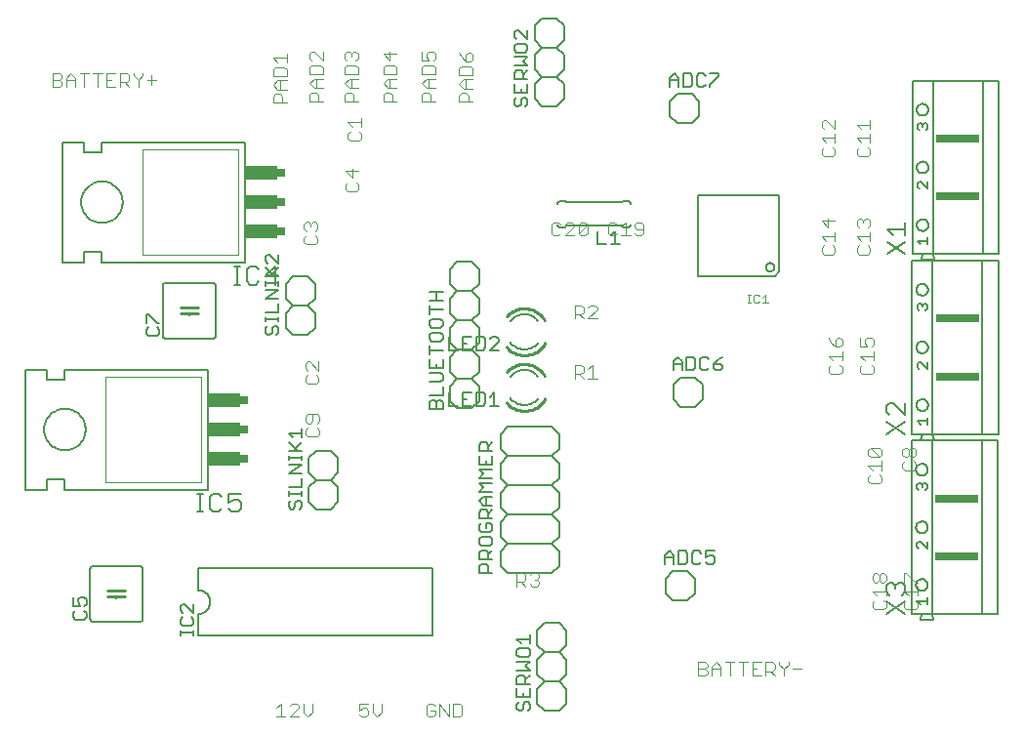
<source format=gtl>
G75*
G70*
%OFA0B0*%
%FSLAX24Y24*%
%IPPOS*%
%LPD*%
%AMOC8*
5,1,8,0,0,1.08239X$1,22.5*
%
%ADD10C,0.0050*%
%ADD11C,0.0060*%
%ADD12C,0.0070*%
%ADD13C,0.0020*%
%ADD14R,0.0250X0.0300*%
%ADD15R,0.1100X0.0500*%
%ADD16C,0.0040*%
%ADD17C,0.0100*%
%ADD18C,0.0030*%
%ADD19R,0.1500X0.0300*%
D10*
X005010Y003709D02*
X005086Y003634D01*
X005386Y003634D01*
X005461Y003709D01*
X005461Y003859D01*
X005386Y003935D01*
X005386Y004095D02*
X005461Y004170D01*
X005461Y004320D01*
X005386Y004395D01*
X005236Y004395D01*
X005161Y004320D01*
X005161Y004245D01*
X005236Y004095D01*
X005010Y004095D01*
X005010Y004395D01*
X005086Y003935D02*
X005010Y003859D01*
X005010Y003709D01*
X008660Y003633D02*
X008660Y003483D01*
X008735Y003408D01*
X009035Y003408D01*
X009110Y003483D01*
X009110Y003633D01*
X009035Y003708D01*
X009110Y003868D02*
X008810Y004168D01*
X008735Y004168D01*
X008660Y004093D01*
X008660Y003943D01*
X008735Y003868D01*
X008735Y003708D02*
X008660Y003633D01*
X008660Y003251D02*
X008660Y003101D01*
X008660Y003176D02*
X009110Y003176D01*
X009110Y003101D02*
X009110Y003251D01*
X009110Y003868D02*
X009110Y004168D01*
X012357Y007473D02*
X012432Y007398D01*
X012508Y007398D01*
X012583Y007473D01*
X012583Y007623D01*
X012658Y007698D01*
X012733Y007698D01*
X012808Y007623D01*
X012808Y007473D01*
X012733Y007398D01*
X012357Y007473D02*
X012357Y007623D01*
X012432Y007698D01*
X012357Y007858D02*
X012357Y008008D01*
X012357Y007933D02*
X012808Y007933D01*
X012808Y007858D02*
X012808Y008008D01*
X012808Y008165D02*
X012357Y008165D01*
X012808Y008165D02*
X012808Y008465D01*
X012808Y008626D02*
X012357Y008626D01*
X012808Y008926D01*
X012357Y008926D01*
X012357Y009086D02*
X012357Y009236D01*
X012357Y009161D02*
X012808Y009161D01*
X012808Y009086D02*
X012808Y009236D01*
X012808Y009393D02*
X012357Y009393D01*
X012583Y009468D02*
X012808Y009693D01*
X012808Y009853D02*
X012808Y010153D01*
X012808Y010003D02*
X012357Y010003D01*
X012508Y009853D01*
X012357Y009693D02*
X012658Y009393D01*
X017177Y010835D02*
X017177Y011060D01*
X017252Y011135D01*
X017327Y011135D01*
X017402Y011060D01*
X017402Y010835D01*
X017402Y011060D02*
X017477Y011135D01*
X017552Y011135D01*
X017627Y011060D01*
X017627Y010835D01*
X017177Y010835D01*
X017177Y011295D02*
X017627Y011295D01*
X017627Y011595D01*
X017552Y011756D02*
X017177Y011756D01*
X017177Y012056D02*
X017552Y012056D01*
X017627Y011981D01*
X017627Y011831D01*
X017552Y011756D01*
X017627Y012216D02*
X017177Y012216D01*
X017177Y012516D01*
X017177Y012676D02*
X017177Y012976D01*
X017177Y012826D02*
X017627Y012826D01*
X017844Y012830D02*
X018145Y012830D01*
X018305Y012830D02*
X018605Y012830D01*
X018765Y012830D02*
X018990Y012830D01*
X019065Y012905D01*
X019065Y013205D01*
X018990Y013280D01*
X018765Y013280D01*
X018765Y012830D01*
X018455Y013055D02*
X018305Y013055D01*
X018305Y013280D02*
X018305Y012830D01*
X017844Y012830D02*
X017844Y013280D01*
X017627Y013212D02*
X017627Y013362D01*
X017552Y013437D01*
X017252Y013437D01*
X017177Y013362D01*
X017177Y013212D01*
X017252Y013137D01*
X017552Y013137D01*
X017627Y013212D01*
X017552Y013597D02*
X017252Y013597D01*
X017177Y013672D01*
X017177Y013822D01*
X017252Y013897D01*
X017552Y013897D01*
X017627Y013822D01*
X017627Y013672D01*
X017552Y013597D01*
X017177Y014057D02*
X017177Y014358D01*
X017177Y014207D02*
X017627Y014207D01*
X017627Y014518D02*
X017177Y014518D01*
X017402Y014518D02*
X017402Y014818D01*
X017177Y014818D02*
X017627Y014818D01*
X018305Y013280D02*
X018605Y013280D01*
X019226Y013205D02*
X019301Y013280D01*
X019451Y013280D01*
X019526Y013205D01*
X019526Y013130D01*
X019226Y012830D01*
X019526Y012830D01*
X019376Y011380D02*
X019376Y010930D01*
X019226Y010930D02*
X019526Y010930D01*
X019226Y011230D02*
X019376Y011380D01*
X019065Y011305D02*
X018990Y011380D01*
X018765Y011380D01*
X018765Y010930D01*
X018990Y010930D01*
X019065Y011005D01*
X019065Y011305D01*
X018605Y011380D02*
X018305Y011380D01*
X018305Y010930D01*
X018605Y010930D01*
X018455Y011155D02*
X018305Y011155D01*
X018145Y010930D02*
X017844Y010930D01*
X017844Y011380D01*
X017627Y012216D02*
X017627Y012516D01*
X017402Y012366D02*
X017402Y012216D01*
X018946Y009679D02*
X019096Y009679D01*
X019171Y009603D01*
X019171Y009378D01*
X019321Y009378D02*
X018871Y009378D01*
X018871Y009603D01*
X018946Y009679D01*
X019171Y009528D02*
X019321Y009679D01*
X019321Y009218D02*
X019321Y008918D01*
X018871Y008918D01*
X018871Y009218D01*
X019096Y009068D02*
X019096Y008918D01*
X018871Y008758D02*
X019321Y008758D01*
X019321Y008458D02*
X018871Y008458D01*
X019021Y008608D01*
X018871Y008758D01*
X018871Y008297D02*
X019321Y008297D01*
X019321Y007997D02*
X018871Y007997D01*
X019021Y008147D01*
X018871Y008297D01*
X019021Y007837D02*
X019321Y007837D01*
X019096Y007837D02*
X019096Y007537D01*
X019021Y007537D02*
X018871Y007687D01*
X019021Y007837D01*
X019021Y007537D02*
X019321Y007537D01*
X019321Y007377D02*
X019171Y007227D01*
X019171Y007302D02*
X019171Y007076D01*
X019321Y007076D02*
X018871Y007076D01*
X018871Y007302D01*
X018946Y007377D01*
X019096Y007377D01*
X019171Y007302D01*
X019096Y006916D02*
X019096Y006766D01*
X019096Y006916D02*
X019246Y006916D01*
X019321Y006841D01*
X019321Y006691D01*
X019246Y006616D01*
X018946Y006616D01*
X018871Y006691D01*
X018871Y006841D01*
X018946Y006916D01*
X018946Y006456D02*
X018871Y006381D01*
X018871Y006231D01*
X018946Y006156D01*
X019246Y006156D01*
X019321Y006231D01*
X019321Y006381D01*
X019246Y006456D01*
X018946Y006456D01*
X018946Y005996D02*
X019096Y005996D01*
X019171Y005921D01*
X019171Y005695D01*
X019321Y005695D02*
X018871Y005695D01*
X018871Y005921D01*
X018946Y005996D01*
X019171Y005846D02*
X019321Y005996D01*
X019096Y005535D02*
X019171Y005460D01*
X019171Y005235D01*
X019321Y005235D02*
X018871Y005235D01*
X018871Y005460D01*
X018946Y005535D01*
X019096Y005535D01*
X020150Y002964D02*
X020601Y002964D01*
X020601Y002814D02*
X020601Y003114D01*
X020301Y002814D02*
X020150Y002964D01*
X020226Y002654D02*
X020150Y002579D01*
X020150Y002429D01*
X020226Y002354D01*
X020526Y002354D01*
X020601Y002429D01*
X020601Y002579D01*
X020526Y002654D01*
X020226Y002654D01*
X020150Y002194D02*
X020601Y002194D01*
X020451Y002044D01*
X020601Y001893D01*
X020150Y001893D01*
X020226Y001733D02*
X020150Y001658D01*
X020150Y001433D01*
X020601Y001433D01*
X020451Y001433D02*
X020451Y001658D01*
X020376Y001733D01*
X020226Y001733D01*
X020451Y001583D02*
X020601Y001733D01*
X020601Y001273D02*
X020601Y000973D01*
X020150Y000973D01*
X020150Y001273D01*
X020376Y001123D02*
X020376Y000973D01*
X020451Y000813D02*
X020526Y000813D01*
X020601Y000737D01*
X020601Y000587D01*
X020526Y000512D01*
X020376Y000587D02*
X020376Y000737D01*
X020451Y000813D01*
X020226Y000813D02*
X020150Y000737D01*
X020150Y000587D01*
X020226Y000512D01*
X020301Y000512D01*
X020376Y000587D01*
X025219Y005523D02*
X025219Y005823D01*
X025369Y005973D01*
X025519Y005823D01*
X025519Y005523D01*
X025679Y005523D02*
X025904Y005523D01*
X025979Y005598D01*
X025979Y005898D01*
X025904Y005973D01*
X025679Y005973D01*
X025679Y005523D01*
X025519Y005748D02*
X025219Y005748D01*
X026139Y005598D02*
X026215Y005523D01*
X026365Y005523D01*
X026440Y005598D01*
X026600Y005598D02*
X026675Y005523D01*
X026825Y005523D01*
X026900Y005598D01*
X026900Y005748D01*
X026825Y005823D01*
X026750Y005823D01*
X026600Y005748D01*
X026600Y005973D01*
X026900Y005973D01*
X026440Y005898D02*
X026365Y005973D01*
X026215Y005973D01*
X026139Y005898D01*
X026139Y005598D01*
X033820Y006111D02*
X033877Y006055D01*
X033820Y006111D02*
X033820Y006225D01*
X033877Y006281D01*
X033934Y006281D01*
X034161Y006055D01*
X034161Y006281D01*
X034104Y008055D02*
X034161Y008111D01*
X034161Y008225D01*
X034104Y008281D01*
X034047Y008281D01*
X033990Y008225D01*
X033990Y008168D01*
X033990Y008225D02*
X033934Y008281D01*
X033877Y008281D01*
X033820Y008225D01*
X033820Y008111D01*
X033877Y008055D01*
X033944Y010300D02*
X033831Y010413D01*
X034171Y010413D01*
X034171Y010300D02*
X034171Y010527D01*
X034171Y012200D02*
X033944Y012427D01*
X033888Y012427D01*
X033831Y012370D01*
X033831Y012257D01*
X033888Y012200D01*
X034171Y012200D02*
X034171Y012427D01*
X034115Y014200D02*
X034171Y014257D01*
X034171Y014370D01*
X034115Y014427D01*
X034058Y014427D01*
X034001Y014370D01*
X034001Y014313D01*
X034001Y014370D02*
X033944Y014427D01*
X033888Y014427D01*
X033831Y014370D01*
X033831Y014257D01*
X033888Y014200D01*
X033955Y016446D02*
X033842Y016559D01*
X034182Y016559D01*
X034182Y016446D02*
X034182Y016672D01*
X034182Y018346D02*
X033955Y018572D01*
X033898Y018572D01*
X033842Y018516D01*
X033842Y018402D01*
X033898Y018346D01*
X034182Y018346D02*
X034182Y018572D01*
X034125Y020346D02*
X034182Y020402D01*
X034182Y020516D01*
X034125Y020572D01*
X034069Y020572D01*
X034012Y020516D01*
X034012Y020459D01*
X034012Y020516D02*
X033955Y020572D01*
X033898Y020572D01*
X033842Y020516D01*
X033842Y020402D01*
X033898Y020346D01*
X027054Y022197D02*
X026754Y021897D01*
X026754Y021822D01*
X026593Y021897D02*
X026518Y021822D01*
X026368Y021822D01*
X026293Y021897D01*
X026293Y022197D01*
X026368Y022272D01*
X026518Y022272D01*
X026593Y022197D01*
X026754Y022272D02*
X027054Y022272D01*
X027054Y022197D01*
X026133Y022197D02*
X026133Y021897D01*
X026058Y021822D01*
X025833Y021822D01*
X025833Y022272D01*
X026058Y022272D01*
X026133Y022197D01*
X025673Y022122D02*
X025673Y021822D01*
X025673Y022047D02*
X025372Y022047D01*
X025372Y022122D02*
X025523Y022272D01*
X025673Y022122D01*
X025372Y022122D02*
X025372Y021822D01*
X020519Y021918D02*
X020519Y021618D01*
X020068Y021618D01*
X020068Y021918D01*
X020068Y022078D02*
X020068Y022303D01*
X020143Y022378D01*
X020293Y022378D01*
X020369Y022303D01*
X020369Y022078D01*
X020519Y022078D02*
X020068Y022078D01*
X020369Y022228D02*
X020519Y022378D01*
X020519Y022538D02*
X020068Y022538D01*
X020068Y022839D02*
X020519Y022839D01*
X020369Y022689D01*
X020519Y022538D01*
X020444Y022999D02*
X020143Y022999D01*
X020068Y023074D01*
X020068Y023224D01*
X020143Y023299D01*
X020444Y023299D01*
X020519Y023224D01*
X020519Y023074D01*
X020444Y022999D01*
X020519Y023459D02*
X020218Y023759D01*
X020143Y023759D01*
X020068Y023684D01*
X020068Y023534D01*
X020143Y023459D01*
X020519Y023459D02*
X020519Y023759D01*
X020293Y021768D02*
X020293Y021618D01*
X020369Y021458D02*
X020444Y021458D01*
X020519Y021383D01*
X020519Y021232D01*
X020444Y021157D01*
X020293Y021232D02*
X020293Y021383D01*
X020369Y021458D01*
X020143Y021458D02*
X020068Y021383D01*
X020068Y021232D01*
X020143Y021157D01*
X020218Y021157D01*
X020293Y021232D01*
X022896Y016901D02*
X022896Y016451D01*
X023197Y016451D01*
X023357Y016451D02*
X023657Y016451D01*
X023507Y016451D02*
X023507Y016901D01*
X023357Y016751D01*
X025643Y012595D02*
X025793Y012445D01*
X025793Y012144D01*
X025953Y012144D02*
X026178Y012144D01*
X026253Y012219D01*
X026253Y012520D01*
X026178Y012595D01*
X025953Y012595D01*
X025953Y012144D01*
X025793Y012370D02*
X025492Y012370D01*
X025492Y012445D02*
X025643Y012595D01*
X025492Y012445D02*
X025492Y012144D01*
X026413Y012219D02*
X026413Y012520D01*
X026488Y012595D01*
X026638Y012595D01*
X026713Y012520D01*
X026874Y012370D02*
X027099Y012370D01*
X027174Y012294D01*
X027174Y012219D01*
X027099Y012144D01*
X026949Y012144D01*
X026874Y012219D01*
X026874Y012370D01*
X027024Y012520D01*
X027174Y012595D01*
X026713Y012219D02*
X026638Y012144D01*
X026488Y012144D01*
X026413Y012219D01*
X033820Y004268D02*
X034161Y004268D01*
X034161Y004155D02*
X034161Y004381D01*
X033934Y004155D02*
X033820Y004268D01*
X012020Y013422D02*
X011945Y013347D01*
X012020Y013422D02*
X012020Y013572D01*
X011945Y013647D01*
X011870Y013647D01*
X011795Y013572D01*
X011795Y013422D01*
X011720Y013347D01*
X011645Y013347D01*
X011570Y013422D01*
X011570Y013572D01*
X011645Y013647D01*
X011570Y013807D02*
X011570Y013957D01*
X011570Y013882D02*
X012020Y013882D01*
X012020Y013807D02*
X012020Y013957D01*
X012020Y014114D02*
X011570Y014114D01*
X012020Y014114D02*
X012020Y014414D01*
X012020Y014574D02*
X011570Y014574D01*
X012020Y014875D01*
X011570Y014875D01*
X011570Y015035D02*
X011570Y015185D01*
X011570Y015110D02*
X012020Y015110D01*
X012020Y015035D02*
X012020Y015185D01*
X012020Y015342D02*
X011570Y015342D01*
X011795Y015417D02*
X012020Y015642D01*
X012020Y015802D02*
X011720Y016102D01*
X011645Y016102D01*
X011570Y016027D01*
X011570Y015877D01*
X011645Y015802D01*
X011570Y015642D02*
X011870Y015342D01*
X012020Y015802D02*
X012020Y016102D01*
X007941Y013764D02*
X007866Y013764D01*
X007566Y014064D01*
X007491Y014064D01*
X007491Y013764D01*
X007566Y013604D02*
X007491Y013529D01*
X007491Y013379D01*
X007566Y013304D01*
X007866Y013304D01*
X007941Y013379D01*
X007941Y013529D01*
X007866Y013604D01*
D11*
X008066Y013329D02*
X008066Y015029D01*
X008068Y015046D01*
X008072Y015063D01*
X008079Y015079D01*
X008089Y015093D01*
X008102Y015106D01*
X008116Y015116D01*
X008132Y015123D01*
X008149Y015127D01*
X008166Y015129D01*
X009766Y015129D01*
X009783Y015127D01*
X009800Y015123D01*
X009816Y015116D01*
X009830Y015106D01*
X009843Y015093D01*
X009853Y015079D01*
X009860Y015063D01*
X009864Y015046D01*
X009866Y015029D01*
X009866Y013329D01*
X009864Y013312D01*
X009860Y013295D01*
X009853Y013279D01*
X009843Y013265D01*
X009830Y013252D01*
X009816Y013242D01*
X009800Y013235D01*
X009783Y013231D01*
X009766Y013229D01*
X008166Y013229D01*
X008149Y013231D01*
X008132Y013235D01*
X008116Y013242D01*
X008102Y013252D01*
X008089Y013265D01*
X008079Y013279D01*
X008072Y013295D01*
X008068Y013312D01*
X008066Y013329D01*
X008966Y014029D02*
X008966Y014079D01*
X008966Y014279D02*
X008966Y014329D01*
X010886Y015832D02*
X005986Y015832D01*
X005986Y016182D01*
X005386Y016182D01*
X005386Y015832D01*
X004636Y015832D01*
X004636Y019932D01*
X005386Y019932D01*
X005386Y019582D01*
X005986Y019582D01*
X005986Y019932D01*
X010886Y019932D01*
X010886Y015832D01*
X012265Y015102D02*
X012515Y015352D01*
X013015Y015352D01*
X013265Y015102D01*
X013265Y014602D01*
X013015Y014352D01*
X013265Y014102D01*
X013265Y013602D01*
X013015Y013352D01*
X012515Y013352D01*
X012265Y013602D01*
X012265Y014102D01*
X012515Y014352D01*
X012265Y014602D01*
X012265Y015102D01*
X012515Y014352D02*
X013015Y014352D01*
X009619Y012169D02*
X004719Y012169D01*
X004719Y011819D01*
X004119Y011819D01*
X004119Y012169D01*
X003369Y012169D01*
X003369Y008069D01*
X004119Y008069D01*
X004119Y008419D01*
X004719Y008419D01*
X004719Y008069D01*
X009619Y008069D01*
X009619Y012169D01*
X013053Y009153D02*
X013303Y009403D01*
X013803Y009403D01*
X014053Y009153D01*
X014053Y008653D01*
X013803Y008403D01*
X014053Y008153D01*
X014053Y007653D01*
X013803Y007403D01*
X013303Y007403D01*
X013053Y007653D01*
X013053Y008153D01*
X013303Y008403D01*
X013053Y008653D01*
X013053Y009153D01*
X013303Y008403D02*
X013803Y008403D01*
X017872Y011090D02*
X018122Y010840D01*
X018622Y010840D01*
X018872Y011090D01*
X018872Y011590D01*
X018622Y011840D01*
X018872Y012090D01*
X018872Y012590D01*
X018622Y012840D01*
X018122Y012840D01*
X017872Y012590D01*
X017872Y012090D01*
X018122Y011840D01*
X018622Y011840D01*
X018122Y011840D02*
X017872Y011590D01*
X017872Y011090D01*
X019596Y009960D02*
X019846Y010210D01*
X021346Y010210D01*
X021596Y009960D01*
X021596Y009460D01*
X021346Y009210D01*
X019846Y009210D01*
X019596Y009460D01*
X019596Y009960D01*
X019846Y009210D02*
X019596Y008960D01*
X019596Y008460D01*
X019846Y008210D01*
X021346Y008210D01*
X021596Y008460D01*
X021596Y008960D01*
X021346Y009210D01*
X021346Y008210D02*
X021596Y007960D01*
X021596Y007460D01*
X021346Y007210D01*
X019846Y007210D01*
X019596Y007460D01*
X019596Y007960D01*
X019846Y008210D01*
X019846Y007210D02*
X019596Y006960D01*
X019596Y006460D01*
X019846Y006210D01*
X021346Y006210D01*
X021596Y006460D01*
X021596Y006960D01*
X021346Y007210D01*
X021346Y006210D02*
X021596Y005960D01*
X021596Y005460D01*
X021346Y005210D01*
X019846Y005210D01*
X019596Y005460D01*
X019596Y005960D01*
X019846Y006210D01*
X017285Y005376D02*
X017285Y003076D01*
X009285Y003076D01*
X009285Y003826D01*
X009324Y003828D01*
X009363Y003834D01*
X009401Y003843D01*
X009438Y003856D01*
X009474Y003873D01*
X009507Y003893D01*
X009539Y003917D01*
X009568Y003943D01*
X009594Y003972D01*
X009618Y004004D01*
X009638Y004037D01*
X009655Y004073D01*
X009668Y004110D01*
X009677Y004148D01*
X009683Y004187D01*
X009685Y004226D01*
X009683Y004265D01*
X009677Y004304D01*
X009668Y004342D01*
X009655Y004379D01*
X009638Y004415D01*
X009618Y004448D01*
X009594Y004480D01*
X009568Y004509D01*
X009539Y004535D01*
X009507Y004559D01*
X009474Y004579D01*
X009438Y004596D01*
X009401Y004609D01*
X009363Y004618D01*
X009324Y004624D01*
X009285Y004626D01*
X009285Y005376D01*
X017285Y005376D01*
X020846Y003267D02*
X021096Y003517D01*
X021596Y003517D01*
X021846Y003267D01*
X021846Y002767D01*
X021596Y002517D01*
X021846Y002267D01*
X021846Y001767D01*
X021596Y001517D01*
X021846Y001267D01*
X021846Y000767D01*
X021596Y000517D01*
X021096Y000517D01*
X020846Y000767D01*
X020846Y001267D01*
X021096Y001517D01*
X020846Y001767D01*
X020846Y002267D01*
X021096Y002517D01*
X020846Y002767D01*
X020846Y003267D01*
X021096Y002517D02*
X021596Y002517D01*
X021596Y001517D02*
X021096Y001517D01*
X025224Y004528D02*
X025474Y004278D01*
X025974Y004278D01*
X026224Y004528D01*
X026224Y005028D01*
X025974Y005278D01*
X025474Y005278D01*
X025224Y005028D01*
X025224Y004528D01*
X033636Y003820D02*
X033986Y003820D01*
X034336Y003820D01*
X036036Y003820D01*
X036036Y009740D01*
X036586Y009740D01*
X036586Y003820D01*
X036036Y003820D01*
X034386Y003620D02*
X034336Y003820D01*
X034336Y009740D01*
X036036Y009740D01*
X036046Y009965D02*
X034346Y009965D01*
X034346Y015885D01*
X036046Y015885D01*
X036596Y015885D01*
X036596Y009965D01*
X036046Y009965D01*
X036046Y015885D01*
X036057Y016111D02*
X034357Y016111D01*
X034357Y022031D01*
X036057Y022031D01*
X036607Y022031D01*
X036607Y016111D01*
X036057Y016111D01*
X036057Y022031D01*
X034357Y022031D02*
X033657Y022031D01*
X033657Y016111D01*
X034007Y016111D01*
X034357Y016111D01*
X034407Y015911D01*
X033957Y015911D01*
X034007Y016111D01*
X034346Y015885D02*
X033646Y015885D01*
X033646Y009965D01*
X033996Y009965D01*
X034346Y009965D01*
X034396Y009765D01*
X033946Y009765D01*
X033996Y009965D01*
X034336Y009740D02*
X033636Y009740D01*
X033636Y003820D01*
X033986Y003820D02*
X033936Y003620D01*
X034386Y003620D01*
X033786Y004810D02*
X033788Y004838D01*
X033794Y004865D01*
X033803Y004891D01*
X033816Y004916D01*
X033833Y004939D01*
X033852Y004959D01*
X033874Y004976D01*
X033898Y004990D01*
X033924Y005000D01*
X033951Y005007D01*
X033979Y005010D01*
X034007Y005009D01*
X034034Y005004D01*
X034061Y004995D01*
X034086Y004983D01*
X034109Y004968D01*
X034130Y004949D01*
X034148Y004928D01*
X034163Y004904D01*
X034174Y004878D01*
X034182Y004852D01*
X034186Y004824D01*
X034186Y004796D01*
X034182Y004768D01*
X034174Y004742D01*
X034163Y004716D01*
X034148Y004692D01*
X034130Y004671D01*
X034109Y004652D01*
X034086Y004637D01*
X034061Y004625D01*
X034034Y004616D01*
X034007Y004611D01*
X033979Y004610D01*
X033951Y004613D01*
X033924Y004620D01*
X033898Y004630D01*
X033874Y004644D01*
X033852Y004661D01*
X033833Y004681D01*
X033816Y004704D01*
X033803Y004729D01*
X033794Y004755D01*
X033788Y004782D01*
X033786Y004810D01*
X033786Y006780D02*
X033788Y006808D01*
X033794Y006835D01*
X033803Y006861D01*
X033816Y006886D01*
X033833Y006909D01*
X033852Y006929D01*
X033874Y006946D01*
X033898Y006960D01*
X033924Y006970D01*
X033951Y006977D01*
X033979Y006980D01*
X034007Y006979D01*
X034034Y006974D01*
X034061Y006965D01*
X034086Y006953D01*
X034109Y006938D01*
X034130Y006919D01*
X034148Y006898D01*
X034163Y006874D01*
X034174Y006848D01*
X034182Y006822D01*
X034186Y006794D01*
X034186Y006766D01*
X034182Y006738D01*
X034174Y006712D01*
X034163Y006686D01*
X034148Y006662D01*
X034130Y006641D01*
X034109Y006622D01*
X034086Y006607D01*
X034061Y006595D01*
X034034Y006586D01*
X034007Y006581D01*
X033979Y006580D01*
X033951Y006583D01*
X033924Y006590D01*
X033898Y006600D01*
X033874Y006614D01*
X033852Y006631D01*
X033833Y006651D01*
X033816Y006674D01*
X033803Y006699D01*
X033794Y006725D01*
X033788Y006752D01*
X033786Y006780D01*
X033786Y008750D02*
X033788Y008778D01*
X033794Y008805D01*
X033803Y008831D01*
X033816Y008856D01*
X033833Y008879D01*
X033852Y008899D01*
X033874Y008916D01*
X033898Y008930D01*
X033924Y008940D01*
X033951Y008947D01*
X033979Y008950D01*
X034007Y008949D01*
X034034Y008944D01*
X034061Y008935D01*
X034086Y008923D01*
X034109Y008908D01*
X034130Y008889D01*
X034148Y008868D01*
X034163Y008844D01*
X034174Y008818D01*
X034182Y008792D01*
X034186Y008764D01*
X034186Y008736D01*
X034182Y008708D01*
X034174Y008682D01*
X034163Y008656D01*
X034148Y008632D01*
X034130Y008611D01*
X034109Y008592D01*
X034086Y008577D01*
X034061Y008565D01*
X034034Y008556D01*
X034007Y008551D01*
X033979Y008550D01*
X033951Y008553D01*
X033924Y008560D01*
X033898Y008570D01*
X033874Y008584D01*
X033852Y008601D01*
X033833Y008621D01*
X033816Y008644D01*
X033803Y008669D01*
X033794Y008695D01*
X033788Y008722D01*
X033786Y008750D01*
X033796Y010955D02*
X033798Y010983D01*
X033804Y011010D01*
X033813Y011036D01*
X033826Y011061D01*
X033843Y011084D01*
X033862Y011104D01*
X033884Y011121D01*
X033908Y011135D01*
X033934Y011145D01*
X033961Y011152D01*
X033989Y011155D01*
X034017Y011154D01*
X034044Y011149D01*
X034071Y011140D01*
X034096Y011128D01*
X034119Y011113D01*
X034140Y011094D01*
X034158Y011073D01*
X034173Y011049D01*
X034184Y011023D01*
X034192Y010997D01*
X034196Y010969D01*
X034196Y010941D01*
X034192Y010913D01*
X034184Y010887D01*
X034173Y010861D01*
X034158Y010837D01*
X034140Y010816D01*
X034119Y010797D01*
X034096Y010782D01*
X034071Y010770D01*
X034044Y010761D01*
X034017Y010756D01*
X033989Y010755D01*
X033961Y010758D01*
X033934Y010765D01*
X033908Y010775D01*
X033884Y010789D01*
X033862Y010806D01*
X033843Y010826D01*
X033826Y010849D01*
X033813Y010874D01*
X033804Y010900D01*
X033798Y010927D01*
X033796Y010955D01*
X033796Y012925D02*
X033798Y012953D01*
X033804Y012980D01*
X033813Y013006D01*
X033826Y013031D01*
X033843Y013054D01*
X033862Y013074D01*
X033884Y013091D01*
X033908Y013105D01*
X033934Y013115D01*
X033961Y013122D01*
X033989Y013125D01*
X034017Y013124D01*
X034044Y013119D01*
X034071Y013110D01*
X034096Y013098D01*
X034119Y013083D01*
X034140Y013064D01*
X034158Y013043D01*
X034173Y013019D01*
X034184Y012993D01*
X034192Y012967D01*
X034196Y012939D01*
X034196Y012911D01*
X034192Y012883D01*
X034184Y012857D01*
X034173Y012831D01*
X034158Y012807D01*
X034140Y012786D01*
X034119Y012767D01*
X034096Y012752D01*
X034071Y012740D01*
X034044Y012731D01*
X034017Y012726D01*
X033989Y012725D01*
X033961Y012728D01*
X033934Y012735D01*
X033908Y012745D01*
X033884Y012759D01*
X033862Y012776D01*
X033843Y012796D01*
X033826Y012819D01*
X033813Y012844D01*
X033804Y012870D01*
X033798Y012897D01*
X033796Y012925D01*
X033796Y014895D02*
X033798Y014923D01*
X033804Y014950D01*
X033813Y014976D01*
X033826Y015001D01*
X033843Y015024D01*
X033862Y015044D01*
X033884Y015061D01*
X033908Y015075D01*
X033934Y015085D01*
X033961Y015092D01*
X033989Y015095D01*
X034017Y015094D01*
X034044Y015089D01*
X034071Y015080D01*
X034096Y015068D01*
X034119Y015053D01*
X034140Y015034D01*
X034158Y015013D01*
X034173Y014989D01*
X034184Y014963D01*
X034192Y014937D01*
X034196Y014909D01*
X034196Y014881D01*
X034192Y014853D01*
X034184Y014827D01*
X034173Y014801D01*
X034158Y014777D01*
X034140Y014756D01*
X034119Y014737D01*
X034096Y014722D01*
X034071Y014710D01*
X034044Y014701D01*
X034017Y014696D01*
X033989Y014695D01*
X033961Y014698D01*
X033934Y014705D01*
X033908Y014715D01*
X033884Y014729D01*
X033862Y014746D01*
X033843Y014766D01*
X033826Y014789D01*
X033813Y014814D01*
X033804Y014840D01*
X033798Y014867D01*
X033796Y014895D01*
X033807Y017101D02*
X033809Y017129D01*
X033815Y017156D01*
X033824Y017182D01*
X033837Y017207D01*
X033854Y017230D01*
X033873Y017250D01*
X033895Y017267D01*
X033919Y017281D01*
X033945Y017291D01*
X033972Y017298D01*
X034000Y017301D01*
X034028Y017300D01*
X034055Y017295D01*
X034082Y017286D01*
X034107Y017274D01*
X034130Y017259D01*
X034151Y017240D01*
X034169Y017219D01*
X034184Y017195D01*
X034195Y017169D01*
X034203Y017143D01*
X034207Y017115D01*
X034207Y017087D01*
X034203Y017059D01*
X034195Y017033D01*
X034184Y017007D01*
X034169Y016983D01*
X034151Y016962D01*
X034130Y016943D01*
X034107Y016928D01*
X034082Y016916D01*
X034055Y016907D01*
X034028Y016902D01*
X034000Y016901D01*
X033972Y016904D01*
X033945Y016911D01*
X033919Y016921D01*
X033895Y016935D01*
X033873Y016952D01*
X033854Y016972D01*
X033837Y016995D01*
X033824Y017020D01*
X033815Y017046D01*
X033809Y017073D01*
X033807Y017101D01*
X033807Y019071D02*
X033809Y019099D01*
X033815Y019126D01*
X033824Y019152D01*
X033837Y019177D01*
X033854Y019200D01*
X033873Y019220D01*
X033895Y019237D01*
X033919Y019251D01*
X033945Y019261D01*
X033972Y019268D01*
X034000Y019271D01*
X034028Y019270D01*
X034055Y019265D01*
X034082Y019256D01*
X034107Y019244D01*
X034130Y019229D01*
X034151Y019210D01*
X034169Y019189D01*
X034184Y019165D01*
X034195Y019139D01*
X034203Y019113D01*
X034207Y019085D01*
X034207Y019057D01*
X034203Y019029D01*
X034195Y019003D01*
X034184Y018977D01*
X034169Y018953D01*
X034151Y018932D01*
X034130Y018913D01*
X034107Y018898D01*
X034082Y018886D01*
X034055Y018877D01*
X034028Y018872D01*
X034000Y018871D01*
X033972Y018874D01*
X033945Y018881D01*
X033919Y018891D01*
X033895Y018905D01*
X033873Y018922D01*
X033854Y018942D01*
X033837Y018965D01*
X033824Y018990D01*
X033815Y019016D01*
X033809Y019043D01*
X033807Y019071D01*
X033807Y021041D02*
X033809Y021069D01*
X033815Y021096D01*
X033824Y021122D01*
X033837Y021147D01*
X033854Y021170D01*
X033873Y021190D01*
X033895Y021207D01*
X033919Y021221D01*
X033945Y021231D01*
X033972Y021238D01*
X034000Y021241D01*
X034028Y021240D01*
X034055Y021235D01*
X034082Y021226D01*
X034107Y021214D01*
X034130Y021199D01*
X034151Y021180D01*
X034169Y021159D01*
X034184Y021135D01*
X034195Y021109D01*
X034203Y021083D01*
X034207Y021055D01*
X034207Y021027D01*
X034203Y020999D01*
X034195Y020973D01*
X034184Y020947D01*
X034169Y020923D01*
X034151Y020902D01*
X034130Y020883D01*
X034107Y020868D01*
X034082Y020856D01*
X034055Y020847D01*
X034028Y020842D01*
X034000Y020841D01*
X033972Y020844D01*
X033945Y020851D01*
X033919Y020861D01*
X033895Y020875D01*
X033873Y020892D01*
X033854Y020912D01*
X033837Y020935D01*
X033824Y020960D01*
X033815Y020986D01*
X033809Y021013D01*
X033807Y021041D01*
X029099Y018125D02*
X029099Y015505D01*
X028960Y015365D01*
X026339Y015365D01*
X026339Y018125D01*
X029099Y018125D01*
X026377Y020827D02*
X026127Y020577D01*
X025627Y020577D01*
X025377Y020827D01*
X025377Y021327D01*
X025627Y021577D01*
X026127Y021577D01*
X026377Y021327D01*
X026377Y020827D01*
X023942Y017926D02*
X023792Y017926D01*
X023742Y017876D01*
X021842Y017876D01*
X021792Y017926D01*
X021642Y017926D01*
X021625Y017924D01*
X021608Y017920D01*
X021592Y017913D01*
X021578Y017903D01*
X021565Y017890D01*
X021555Y017876D01*
X021548Y017860D01*
X021544Y017843D01*
X021542Y017826D01*
X021542Y017126D02*
X021544Y017109D01*
X021548Y017092D01*
X021555Y017076D01*
X021565Y017062D01*
X021578Y017049D01*
X021592Y017039D01*
X021608Y017032D01*
X021625Y017028D01*
X021642Y017026D01*
X021792Y017026D01*
X021842Y017076D01*
X023742Y017076D01*
X023792Y017026D01*
X023942Y017026D01*
X023959Y017028D01*
X023976Y017032D01*
X023992Y017039D01*
X024006Y017049D01*
X024019Y017062D01*
X024029Y017076D01*
X024036Y017092D01*
X024040Y017109D01*
X024042Y017126D01*
X024042Y017826D02*
X024040Y017843D01*
X024036Y017860D01*
X024029Y017876D01*
X024019Y017890D01*
X024006Y017903D01*
X023992Y017913D01*
X023976Y017920D01*
X023959Y017924D01*
X023942Y017926D01*
X021514Y021162D02*
X021014Y021162D01*
X020764Y021412D01*
X020764Y021912D01*
X021014Y022162D01*
X020764Y022412D01*
X020764Y022912D01*
X021014Y023162D01*
X020764Y023412D01*
X020764Y023912D01*
X021014Y024162D01*
X021514Y024162D01*
X021764Y023912D01*
X021764Y023412D01*
X021514Y023162D01*
X021764Y022912D01*
X021764Y022412D01*
X021514Y022162D01*
X021764Y021912D01*
X021764Y021412D01*
X021514Y021162D01*
X021514Y022162D02*
X021014Y022162D01*
X021014Y023162D02*
X021514Y023162D01*
X018622Y015840D02*
X018122Y015840D01*
X017872Y015590D01*
X017872Y015090D01*
X018122Y014840D01*
X018622Y014840D01*
X018872Y015090D01*
X018872Y015590D01*
X018622Y015840D01*
X018622Y014840D02*
X018872Y014590D01*
X018872Y014090D01*
X018622Y013840D01*
X018872Y013590D01*
X018872Y013090D01*
X018622Y012840D01*
X018122Y012840D02*
X017872Y013090D01*
X017872Y013590D01*
X018122Y013840D01*
X017872Y014090D01*
X017872Y014590D01*
X018122Y014840D01*
X018122Y013840D02*
X018622Y013840D01*
X020411Y014055D02*
X020456Y014053D01*
X020502Y014048D01*
X020546Y014040D01*
X020590Y014028D01*
X020633Y014012D01*
X020675Y013994D01*
X020715Y013972D01*
X020753Y013948D01*
X020789Y013921D01*
X020824Y013891D01*
X020855Y013858D01*
X020885Y013823D01*
X020411Y014055D02*
X020366Y014053D01*
X020320Y014048D01*
X020276Y014040D01*
X020232Y014028D01*
X020189Y014012D01*
X020147Y013994D01*
X020107Y013972D01*
X020069Y013948D01*
X020033Y013921D01*
X019998Y013891D01*
X019967Y013858D01*
X019937Y013823D01*
X020411Y012855D02*
X020457Y012857D01*
X020503Y012862D01*
X020549Y012871D01*
X020594Y012883D01*
X020637Y012899D01*
X020679Y012918D01*
X020720Y012941D01*
X020759Y012966D01*
X020795Y012994D01*
X020830Y013025D01*
X020862Y013059D01*
X020891Y013095D01*
X020411Y012855D02*
X020364Y012857D01*
X020316Y012863D01*
X020270Y012872D01*
X020224Y012885D01*
X020180Y012901D01*
X020136Y012921D01*
X020095Y012945D01*
X020056Y012971D01*
X020019Y013001D01*
X019984Y013034D01*
X019952Y013069D01*
X019923Y013106D01*
X020411Y012155D02*
X020456Y012153D01*
X020502Y012148D01*
X020546Y012140D01*
X020590Y012128D01*
X020633Y012112D01*
X020675Y012094D01*
X020715Y012072D01*
X020753Y012048D01*
X020789Y012021D01*
X020824Y011991D01*
X020855Y011958D01*
X020885Y011923D01*
X020411Y012155D02*
X020366Y012153D01*
X020320Y012148D01*
X020276Y012140D01*
X020232Y012128D01*
X020189Y012112D01*
X020147Y012094D01*
X020107Y012072D01*
X020069Y012048D01*
X020033Y012021D01*
X019998Y011991D01*
X019967Y011958D01*
X019937Y011923D01*
X020411Y010955D02*
X020457Y010957D01*
X020503Y010962D01*
X020549Y010971D01*
X020594Y010983D01*
X020637Y010999D01*
X020679Y011018D01*
X020720Y011041D01*
X020759Y011066D01*
X020795Y011094D01*
X020830Y011125D01*
X020862Y011159D01*
X020891Y011195D01*
X020411Y010955D02*
X020364Y010957D01*
X020316Y010963D01*
X020270Y010972D01*
X020224Y010985D01*
X020180Y011001D01*
X020136Y011021D01*
X020095Y011045D01*
X020056Y011071D01*
X020019Y011101D01*
X019984Y011134D01*
X019952Y011169D01*
X019923Y011206D01*
X025497Y011149D02*
X025747Y010899D01*
X026247Y010899D01*
X026497Y011149D01*
X026497Y011649D01*
X026247Y011899D01*
X025747Y011899D01*
X025497Y011649D01*
X025497Y011149D01*
X028658Y015665D02*
X028660Y015688D01*
X028666Y015711D01*
X028675Y015732D01*
X028688Y015752D01*
X028704Y015769D01*
X028722Y015783D01*
X028742Y015794D01*
X028764Y015802D01*
X028787Y015806D01*
X028811Y015806D01*
X028834Y015802D01*
X028856Y015794D01*
X028876Y015783D01*
X028894Y015769D01*
X028910Y015752D01*
X028923Y015732D01*
X028932Y015711D01*
X028938Y015688D01*
X028940Y015665D01*
X028938Y015642D01*
X028932Y015619D01*
X028923Y015598D01*
X028910Y015578D01*
X028894Y015561D01*
X028876Y015547D01*
X028856Y015536D01*
X028834Y015528D01*
X028811Y015524D01*
X028787Y015524D01*
X028764Y015528D01*
X028742Y015536D01*
X028722Y015547D01*
X028704Y015561D01*
X028688Y015578D01*
X028675Y015598D01*
X028666Y015619D01*
X028660Y015642D01*
X028658Y015665D01*
X007386Y005359D02*
X007386Y003659D01*
X007384Y003642D01*
X007380Y003625D01*
X007373Y003609D01*
X007363Y003595D01*
X007350Y003582D01*
X007336Y003572D01*
X007320Y003565D01*
X007303Y003561D01*
X007286Y003559D01*
X005686Y003559D01*
X005669Y003561D01*
X005652Y003565D01*
X005636Y003572D01*
X005622Y003582D01*
X005609Y003595D01*
X005599Y003609D01*
X005592Y003625D01*
X005588Y003642D01*
X005586Y003659D01*
X005586Y005359D01*
X005588Y005376D01*
X005592Y005393D01*
X005599Y005409D01*
X005609Y005423D01*
X005622Y005436D01*
X005636Y005446D01*
X005652Y005453D01*
X005669Y005457D01*
X005686Y005459D01*
X007286Y005459D01*
X007303Y005457D01*
X007320Y005453D01*
X007336Y005446D01*
X007350Y005436D01*
X007363Y005423D01*
X007373Y005409D01*
X007380Y005393D01*
X007384Y005376D01*
X007386Y005359D01*
X006486Y004659D02*
X006486Y004609D01*
X006486Y004409D02*
X006486Y004359D01*
X004009Y010119D02*
X004011Y010172D01*
X004017Y010225D01*
X004027Y010277D01*
X004041Y010328D01*
X004058Y010378D01*
X004079Y010427D01*
X004104Y010474D01*
X004132Y010519D01*
X004164Y010562D01*
X004199Y010602D01*
X004236Y010639D01*
X004276Y010674D01*
X004319Y010706D01*
X004364Y010734D01*
X004411Y010759D01*
X004460Y010780D01*
X004510Y010797D01*
X004561Y010811D01*
X004613Y010821D01*
X004666Y010827D01*
X004719Y010829D01*
X004772Y010827D01*
X004825Y010821D01*
X004877Y010811D01*
X004928Y010797D01*
X004978Y010780D01*
X005027Y010759D01*
X005074Y010734D01*
X005119Y010706D01*
X005162Y010674D01*
X005202Y010639D01*
X005239Y010602D01*
X005274Y010562D01*
X005306Y010519D01*
X005334Y010474D01*
X005359Y010427D01*
X005380Y010378D01*
X005397Y010328D01*
X005411Y010277D01*
X005421Y010225D01*
X005427Y010172D01*
X005429Y010119D01*
X005427Y010066D01*
X005421Y010013D01*
X005411Y009961D01*
X005397Y009910D01*
X005380Y009860D01*
X005359Y009811D01*
X005334Y009764D01*
X005306Y009719D01*
X005274Y009676D01*
X005239Y009636D01*
X005202Y009599D01*
X005162Y009564D01*
X005119Y009532D01*
X005074Y009504D01*
X005027Y009479D01*
X004978Y009458D01*
X004928Y009441D01*
X004877Y009427D01*
X004825Y009417D01*
X004772Y009411D01*
X004719Y009409D01*
X004666Y009411D01*
X004613Y009417D01*
X004561Y009427D01*
X004510Y009441D01*
X004460Y009458D01*
X004411Y009479D01*
X004364Y009504D01*
X004319Y009532D01*
X004276Y009564D01*
X004236Y009599D01*
X004199Y009636D01*
X004164Y009676D01*
X004132Y009719D01*
X004104Y009764D01*
X004079Y009811D01*
X004058Y009860D01*
X004041Y009910D01*
X004027Y009961D01*
X004017Y010013D01*
X004011Y010066D01*
X004009Y010119D01*
X005276Y017882D02*
X005278Y017935D01*
X005284Y017988D01*
X005294Y018040D01*
X005308Y018091D01*
X005325Y018141D01*
X005346Y018190D01*
X005371Y018237D01*
X005399Y018282D01*
X005431Y018325D01*
X005466Y018365D01*
X005503Y018402D01*
X005543Y018437D01*
X005586Y018469D01*
X005631Y018497D01*
X005678Y018522D01*
X005727Y018543D01*
X005777Y018560D01*
X005828Y018574D01*
X005880Y018584D01*
X005933Y018590D01*
X005986Y018592D01*
X006039Y018590D01*
X006092Y018584D01*
X006144Y018574D01*
X006195Y018560D01*
X006245Y018543D01*
X006294Y018522D01*
X006341Y018497D01*
X006386Y018469D01*
X006429Y018437D01*
X006469Y018402D01*
X006506Y018365D01*
X006541Y018325D01*
X006573Y018282D01*
X006601Y018237D01*
X006626Y018190D01*
X006647Y018141D01*
X006664Y018091D01*
X006678Y018040D01*
X006688Y017988D01*
X006694Y017935D01*
X006696Y017882D01*
X006694Y017829D01*
X006688Y017776D01*
X006678Y017724D01*
X006664Y017673D01*
X006647Y017623D01*
X006626Y017574D01*
X006601Y017527D01*
X006573Y017482D01*
X006541Y017439D01*
X006506Y017399D01*
X006469Y017362D01*
X006429Y017327D01*
X006386Y017295D01*
X006341Y017267D01*
X006294Y017242D01*
X006245Y017221D01*
X006195Y017204D01*
X006144Y017190D01*
X006092Y017180D01*
X006039Y017174D01*
X005986Y017172D01*
X005933Y017174D01*
X005880Y017180D01*
X005828Y017190D01*
X005777Y017204D01*
X005727Y017221D01*
X005678Y017242D01*
X005631Y017267D01*
X005586Y017295D01*
X005543Y017327D01*
X005503Y017362D01*
X005466Y017399D01*
X005431Y017439D01*
X005399Y017482D01*
X005371Y017527D01*
X005346Y017574D01*
X005325Y017623D01*
X005308Y017673D01*
X005294Y017724D01*
X005284Y017776D01*
X005278Y017829D01*
X005276Y017882D01*
D12*
X010502Y015698D02*
X010712Y015698D01*
X010607Y015698D02*
X010607Y015067D01*
X010502Y015067D02*
X010712Y015067D01*
X010932Y015172D02*
X011037Y015067D01*
X011247Y015067D01*
X011352Y015172D01*
X011576Y015382D02*
X011997Y015382D01*
X011892Y015067D02*
X011892Y015698D01*
X011576Y015382D01*
X011352Y015592D02*
X011247Y015698D01*
X011037Y015698D01*
X010932Y015592D01*
X010932Y015172D01*
X010729Y007934D02*
X010309Y007934D01*
X010309Y007619D01*
X010519Y007724D01*
X010624Y007724D01*
X010729Y007619D01*
X010729Y007409D01*
X010624Y007304D01*
X010414Y007304D01*
X010309Y007409D01*
X010085Y007409D02*
X009980Y007304D01*
X009770Y007304D01*
X009664Y007409D01*
X009664Y007829D01*
X009770Y007934D01*
X009980Y007934D01*
X010085Y007829D01*
X009445Y007934D02*
X009235Y007934D01*
X009340Y007934D02*
X009340Y007304D01*
X009235Y007304D02*
X009445Y007304D01*
X032770Y004784D02*
X032770Y004574D01*
X032875Y004469D01*
X032770Y004245D02*
X033401Y003825D01*
X033401Y004245D02*
X032770Y003825D01*
X033295Y004469D02*
X033401Y004574D01*
X033401Y004784D01*
X033295Y004889D01*
X033190Y004889D01*
X033085Y004784D01*
X033085Y004679D01*
X033085Y004784D02*
X032980Y004889D01*
X032875Y004889D01*
X032770Y004784D01*
X032781Y009970D02*
X033411Y010390D01*
X033411Y010615D02*
X032991Y011035D01*
X032886Y011035D01*
X032781Y010930D01*
X032781Y010720D01*
X032886Y010615D01*
X032781Y010390D02*
X033411Y009970D01*
X033411Y010615D02*
X033411Y011035D01*
X033422Y016116D02*
X032791Y016536D01*
X033002Y016760D02*
X032791Y016970D01*
X033422Y016970D01*
X033422Y016760D02*
X033422Y017180D01*
X033422Y016536D02*
X032791Y016116D01*
D13*
X010636Y016082D02*
X007386Y016082D01*
X007386Y019682D01*
X010636Y019682D01*
X010636Y016082D01*
X009369Y011919D02*
X006119Y011919D01*
X006119Y008319D01*
X009369Y008319D01*
X009369Y011919D01*
D14*
X010844Y011119D03*
X010844Y010119D03*
X010844Y009119D03*
X012111Y016882D03*
X012111Y017882D03*
X012111Y018882D03*
D15*
X011436Y018882D03*
X011436Y017882D03*
X011436Y016882D03*
X010169Y011119D03*
X010169Y010119D03*
X010169Y009119D03*
D16*
X012946Y009949D02*
X013022Y009873D01*
X013329Y009873D01*
X013406Y009949D01*
X013406Y010103D01*
X013329Y010180D01*
X013329Y010333D02*
X013406Y010410D01*
X013406Y010563D01*
X013329Y010640D01*
X013022Y010640D01*
X012946Y010563D01*
X012946Y010410D01*
X013022Y010333D01*
X013099Y010333D01*
X013176Y010410D01*
X013176Y010640D01*
X013022Y010180D02*
X012946Y010103D01*
X012946Y009949D01*
X013002Y011673D02*
X013309Y011673D01*
X013386Y011749D01*
X013386Y011903D01*
X013309Y011980D01*
X013386Y012133D02*
X013079Y012440D01*
X013002Y012440D01*
X012926Y012363D01*
X012926Y012210D01*
X013002Y012133D01*
X013002Y011980D02*
X012926Y011903D01*
X012926Y011749D01*
X013002Y011673D01*
X013386Y012133D02*
X013386Y012440D01*
X013272Y016440D02*
X012965Y016440D01*
X012888Y016517D01*
X012888Y016670D01*
X012965Y016747D01*
X012965Y016901D02*
X012888Y016977D01*
X012888Y017131D01*
X012965Y017208D01*
X013041Y017208D01*
X013118Y017131D01*
X013195Y017208D01*
X013272Y017208D01*
X013348Y017131D01*
X013348Y016977D01*
X013272Y016901D01*
X013272Y016747D02*
X013348Y016670D01*
X013348Y016517D01*
X013272Y016440D01*
X013118Y017054D02*
X013118Y017131D01*
X014296Y018337D02*
X014372Y018260D01*
X014679Y018260D01*
X014756Y018337D01*
X014756Y018490D01*
X014679Y018567D01*
X014526Y018720D02*
X014526Y019027D01*
X014756Y018950D02*
X014296Y018950D01*
X014526Y018720D01*
X014372Y018567D02*
X014296Y018490D01*
X014296Y018337D01*
X014457Y019992D02*
X014764Y019992D01*
X014841Y020068D01*
X014841Y020222D01*
X014764Y020299D01*
X014841Y020452D02*
X014841Y020759D01*
X014841Y020605D02*
X014380Y020605D01*
X014534Y020452D01*
X014457Y020299D02*
X014380Y020222D01*
X014380Y020068D01*
X014457Y019992D01*
X014576Y021329D02*
X014576Y021559D01*
X014500Y021636D01*
X014346Y021636D01*
X014270Y021559D01*
X014270Y021329D01*
X014730Y021329D01*
X014730Y021789D02*
X014423Y021789D01*
X014270Y021942D01*
X014423Y022096D01*
X014730Y022096D01*
X014730Y022249D02*
X014730Y022480D01*
X014653Y022556D01*
X014346Y022556D01*
X014270Y022480D01*
X014270Y022249D01*
X014730Y022249D01*
X014500Y022096D02*
X014500Y021789D01*
X013530Y021789D02*
X013223Y021789D01*
X013070Y021942D01*
X013223Y022096D01*
X013530Y022096D01*
X013530Y022249D02*
X013530Y022480D01*
X013453Y022556D01*
X013146Y022556D01*
X013070Y022480D01*
X013070Y022249D01*
X013530Y022249D01*
X013300Y022096D02*
X013300Y021789D01*
X013300Y021636D02*
X013376Y021559D01*
X013376Y021329D01*
X013530Y021329D02*
X013070Y021329D01*
X013070Y021559D01*
X013146Y021636D01*
X013300Y021636D01*
X012296Y021733D02*
X011989Y021733D01*
X011835Y021887D01*
X011989Y022040D01*
X012296Y022040D01*
X012296Y022194D02*
X012296Y022424D01*
X012219Y022501D01*
X011912Y022501D01*
X011835Y022424D01*
X011835Y022194D01*
X012296Y022194D01*
X012065Y022040D02*
X012065Y021733D01*
X012065Y021580D02*
X012142Y021503D01*
X012142Y021273D01*
X012296Y021273D02*
X011835Y021273D01*
X011835Y021503D01*
X011912Y021580D01*
X012065Y021580D01*
X011989Y022654D02*
X011835Y022807D01*
X012296Y022807D01*
X012296Y022654D02*
X012296Y022961D01*
X013070Y022940D02*
X013070Y022786D01*
X013146Y022710D01*
X013070Y022940D02*
X013146Y023017D01*
X013223Y023017D01*
X013530Y022710D01*
X013530Y023017D01*
X014270Y022940D02*
X014346Y023017D01*
X014423Y023017D01*
X014500Y022940D01*
X014576Y023017D01*
X014653Y023017D01*
X014730Y022940D01*
X014730Y022786D01*
X014653Y022710D01*
X014500Y022863D02*
X014500Y022940D01*
X014270Y022940D02*
X014270Y022786D01*
X014346Y022710D01*
X015590Y022940D02*
X015820Y022710D01*
X015820Y023017D01*
X016050Y022940D02*
X015590Y022940D01*
X015666Y022556D02*
X015590Y022480D01*
X015590Y022249D01*
X016050Y022249D01*
X016050Y022480D01*
X015973Y022556D01*
X015666Y022556D01*
X015743Y022096D02*
X016050Y022096D01*
X015820Y022096D02*
X015820Y021789D01*
X015743Y021789D02*
X016050Y021789D01*
X015896Y021559D02*
X015896Y021329D01*
X016050Y021329D02*
X015590Y021329D01*
X015590Y021559D01*
X015666Y021636D01*
X015820Y021636D01*
X015896Y021559D01*
X015743Y021789D02*
X015590Y021942D01*
X015743Y022096D01*
X016910Y021942D02*
X017063Y021789D01*
X017370Y021789D01*
X017140Y021789D02*
X017140Y022096D01*
X017063Y022096D02*
X017370Y022096D01*
X017370Y022249D02*
X017370Y022480D01*
X017293Y022556D01*
X016986Y022556D01*
X016910Y022480D01*
X016910Y022249D01*
X017370Y022249D01*
X017063Y022096D02*
X016910Y021942D01*
X016986Y021636D02*
X017140Y021636D01*
X017216Y021559D01*
X017216Y021329D01*
X017370Y021329D02*
X016910Y021329D01*
X016910Y021559D01*
X016986Y021636D01*
X018185Y021537D02*
X018262Y021614D01*
X018416Y021614D01*
X018492Y021537D01*
X018492Y021307D01*
X018646Y021307D02*
X018185Y021307D01*
X018185Y021537D01*
X018339Y021767D02*
X018185Y021920D01*
X018339Y022074D01*
X018646Y022074D01*
X018646Y022227D02*
X018646Y022457D01*
X018569Y022534D01*
X018262Y022534D01*
X018185Y022457D01*
X018185Y022227D01*
X018646Y022227D01*
X018416Y022074D02*
X018416Y021767D01*
X018339Y021767D02*
X018646Y021767D01*
X018569Y022688D02*
X018646Y022764D01*
X018646Y022918D01*
X018569Y022995D01*
X018492Y022995D01*
X018416Y022918D01*
X018416Y022688D01*
X018569Y022688D01*
X018416Y022688D02*
X018262Y022841D01*
X018185Y022995D01*
X017370Y022940D02*
X017370Y022786D01*
X017293Y022710D01*
X017140Y022710D02*
X017063Y022863D01*
X017063Y022940D01*
X017140Y023017D01*
X017293Y023017D01*
X017370Y022940D01*
X017140Y022710D02*
X016910Y022710D01*
X016910Y023017D01*
X021415Y017200D02*
X021339Y017123D01*
X021339Y016817D01*
X021415Y016740D01*
X021569Y016740D01*
X021645Y016817D01*
X021799Y016740D02*
X022106Y017047D01*
X022106Y017123D01*
X022029Y017200D01*
X021876Y017200D01*
X021799Y017123D01*
X021645Y017123D02*
X021569Y017200D01*
X021415Y017200D01*
X021799Y016740D02*
X022106Y016740D01*
X022259Y016817D02*
X022566Y017123D01*
X022566Y016817D01*
X022489Y016740D01*
X022336Y016740D01*
X022259Y016817D01*
X022259Y017123D01*
X022336Y017200D01*
X022489Y017200D01*
X022566Y017123D01*
X023259Y017123D02*
X023259Y016817D01*
X023335Y016740D01*
X023489Y016740D01*
X023565Y016817D01*
X023719Y016740D02*
X024026Y016740D01*
X023872Y016740D02*
X023872Y017200D01*
X023719Y017047D01*
X023565Y017123D02*
X023489Y017200D01*
X023335Y017200D01*
X023259Y017123D01*
X024179Y017123D02*
X024179Y017047D01*
X024256Y016970D01*
X024486Y016970D01*
X024486Y017123D02*
X024409Y017200D01*
X024256Y017200D01*
X024179Y017123D01*
X024179Y016817D02*
X024256Y016740D01*
X024409Y016740D01*
X024486Y016817D01*
X024486Y017123D01*
X022815Y014365D02*
X022662Y014365D01*
X022585Y014289D01*
X022432Y014289D02*
X022432Y014135D01*
X022355Y014058D01*
X022125Y014058D01*
X022125Y013905D02*
X022125Y014365D01*
X022355Y014365D01*
X022432Y014289D01*
X022278Y014058D02*
X022432Y013905D01*
X022585Y013905D02*
X022892Y014212D01*
X022892Y014289D01*
X022815Y014365D01*
X022892Y013905D02*
X022585Y013905D01*
X022739Y012328D02*
X022739Y011868D01*
X022892Y011868D02*
X022585Y011868D01*
X022432Y011868D02*
X022278Y012021D01*
X022355Y012021D02*
X022125Y012021D01*
X022125Y011868D02*
X022125Y012328D01*
X022355Y012328D01*
X022432Y012251D01*
X022432Y012098D01*
X022355Y012021D01*
X022585Y012175D02*
X022739Y012328D01*
X030798Y012250D02*
X030798Y012097D01*
X030875Y012020D01*
X031182Y012020D01*
X031259Y012097D01*
X031259Y012250D01*
X031182Y012327D01*
X031259Y012480D02*
X031259Y012787D01*
X031259Y012634D02*
X030798Y012634D01*
X030952Y012480D01*
X030875Y012327D02*
X030798Y012250D01*
X031028Y012941D02*
X031028Y013171D01*
X031105Y013247D01*
X031182Y013247D01*
X031259Y013171D01*
X031259Y013017D01*
X031182Y012941D01*
X031028Y012941D01*
X030875Y013094D01*
X030798Y013247D01*
X031878Y013247D02*
X031878Y012941D01*
X032108Y012941D01*
X032032Y013094D01*
X032032Y013171D01*
X032108Y013247D01*
X032262Y013247D01*
X032339Y013171D01*
X032339Y013017D01*
X032262Y012941D01*
X032339Y012787D02*
X032339Y012480D01*
X032339Y012634D02*
X031878Y012634D01*
X032032Y012480D01*
X031955Y012327D02*
X031878Y012250D01*
X031878Y012097D01*
X031955Y012020D01*
X032262Y012020D01*
X032339Y012097D01*
X032339Y012250D01*
X032262Y012327D01*
X032232Y009501D02*
X032539Y009194D01*
X032616Y009270D01*
X032616Y009424D01*
X032539Y009501D01*
X032232Y009501D01*
X032156Y009424D01*
X032156Y009270D01*
X032232Y009194D01*
X032539Y009194D01*
X032616Y009040D02*
X032616Y008733D01*
X032616Y008887D02*
X032156Y008887D01*
X032309Y008733D01*
X032232Y008580D02*
X032156Y008503D01*
X032156Y008350D01*
X032232Y008273D01*
X032539Y008273D01*
X032616Y008350D01*
X032616Y008503D01*
X032539Y008580D01*
X033318Y008810D02*
X033394Y008733D01*
X033701Y008733D01*
X033778Y008810D01*
X033778Y008964D01*
X033701Y009040D01*
X033701Y009194D02*
X033625Y009194D01*
X033548Y009270D01*
X033548Y009424D01*
X033625Y009501D01*
X033701Y009501D01*
X033778Y009424D01*
X033778Y009270D01*
X033701Y009194D01*
X033548Y009270D02*
X033471Y009194D01*
X033394Y009194D01*
X033318Y009270D01*
X033318Y009424D01*
X033394Y009501D01*
X033471Y009501D01*
X033548Y009424D01*
X033394Y009040D02*
X033318Y008964D01*
X033318Y008810D01*
X033378Y005205D02*
X033455Y005205D01*
X033762Y004898D01*
X033839Y004898D01*
X033839Y004745D02*
X033839Y004438D01*
X033839Y004591D02*
X033378Y004591D01*
X033532Y004438D01*
X033455Y004284D02*
X033378Y004208D01*
X033378Y004054D01*
X033455Y003978D01*
X033762Y003978D01*
X033839Y004054D01*
X033839Y004208D01*
X033762Y004284D01*
X032759Y004208D02*
X032759Y004054D01*
X032682Y003978D01*
X032375Y003978D01*
X032298Y004054D01*
X032298Y004208D01*
X032375Y004284D01*
X032452Y004438D02*
X032298Y004591D01*
X032759Y004591D01*
X032759Y004438D02*
X032759Y004745D01*
X032682Y004898D02*
X032605Y004898D01*
X032528Y004975D01*
X032528Y005128D01*
X032605Y005205D01*
X032682Y005205D01*
X032759Y005128D01*
X032759Y004975D01*
X032682Y004898D01*
X032528Y004975D02*
X032452Y004898D01*
X032375Y004898D01*
X032298Y004975D01*
X032298Y005128D01*
X032375Y005205D01*
X032452Y005205D01*
X032528Y005128D01*
X033378Y005205D02*
X033378Y004898D01*
X032759Y004208D02*
X032682Y004284D01*
X029423Y002175D02*
X029423Y002098D01*
X029270Y001944D01*
X029270Y001714D01*
X029270Y001944D02*
X029116Y002098D01*
X029116Y002175D01*
X028963Y002098D02*
X028963Y001944D01*
X028886Y001868D01*
X028656Y001868D01*
X028809Y001868D02*
X028963Y001714D01*
X028656Y001714D02*
X028656Y002175D01*
X028886Y002175D01*
X028963Y002098D01*
X028503Y002175D02*
X028196Y002175D01*
X028196Y001714D01*
X028503Y001714D01*
X028349Y001944D02*
X028196Y001944D01*
X028042Y002175D02*
X027735Y002175D01*
X027582Y002175D02*
X027275Y002175D01*
X027428Y002175D02*
X027428Y001714D01*
X027121Y001714D02*
X027121Y002021D01*
X026968Y002175D01*
X026815Y002021D01*
X026815Y001714D01*
X026661Y001791D02*
X026584Y001714D01*
X026354Y001714D01*
X026354Y002175D01*
X026584Y002175D01*
X026661Y002098D01*
X026661Y002021D01*
X026584Y001944D01*
X026354Y001944D01*
X026584Y001944D02*
X026661Y001868D01*
X026661Y001791D01*
X026815Y001944D02*
X027121Y001944D01*
X027889Y001714D02*
X027889Y002175D01*
X029577Y001944D02*
X029884Y001944D01*
X020911Y004846D02*
X020834Y004769D01*
X020681Y004769D01*
X020604Y004846D01*
X020451Y004769D02*
X020297Y004923D01*
X020374Y004923D02*
X020144Y004923D01*
X020144Y004769D02*
X020144Y005230D01*
X020374Y005230D01*
X020451Y005153D01*
X020451Y005000D01*
X020374Y004923D01*
X020604Y005153D02*
X020681Y005230D01*
X020834Y005230D01*
X020911Y005153D01*
X020911Y005076D01*
X020834Y005000D01*
X020911Y004923D01*
X020911Y004846D01*
X020834Y005000D02*
X020757Y005000D01*
X018209Y000765D02*
X017978Y000765D01*
X017978Y000305D01*
X018209Y000305D01*
X018285Y000382D01*
X018285Y000689D01*
X018209Y000765D01*
X017825Y000765D02*
X017825Y000305D01*
X017518Y000765D01*
X017518Y000305D01*
X017365Y000382D02*
X017365Y000535D01*
X017211Y000535D01*
X017058Y000382D02*
X017058Y000689D01*
X017134Y000765D01*
X017288Y000765D01*
X017365Y000689D01*
X017365Y000382D02*
X017288Y000305D01*
X017134Y000305D01*
X017058Y000382D01*
X015529Y000458D02*
X015529Y000765D01*
X015223Y000765D02*
X015223Y000458D01*
X015376Y000305D01*
X015529Y000458D01*
X015069Y000535D02*
X015069Y000382D01*
X014992Y000305D01*
X014839Y000305D01*
X014762Y000382D01*
X014762Y000535D02*
X014916Y000612D01*
X014992Y000612D01*
X015069Y000535D01*
X015069Y000765D02*
X014762Y000765D01*
X014762Y000535D01*
X013167Y000458D02*
X013167Y000765D01*
X012860Y000765D02*
X012860Y000458D01*
X013014Y000305D01*
X013167Y000458D01*
X012707Y000305D02*
X012400Y000305D01*
X012707Y000612D01*
X012707Y000689D01*
X012630Y000765D01*
X012477Y000765D01*
X012400Y000689D01*
X012093Y000765D02*
X012093Y000305D01*
X011940Y000305D02*
X012247Y000305D01*
X011940Y000612D02*
X012093Y000765D01*
X030558Y016177D02*
X030635Y016100D01*
X030942Y016100D01*
X031019Y016177D01*
X031019Y016330D01*
X030942Y016407D01*
X031019Y016560D02*
X031019Y016867D01*
X031019Y016714D02*
X030558Y016714D01*
X030712Y016560D01*
X030635Y016407D02*
X030558Y016330D01*
X030558Y016177D01*
X030788Y017021D02*
X030788Y017327D01*
X030558Y017251D02*
X030788Y017021D01*
X031019Y017251D02*
X030558Y017251D01*
X031758Y017251D02*
X031758Y017097D01*
X031835Y017021D01*
X031988Y017174D02*
X031988Y017251D01*
X032065Y017327D01*
X032142Y017327D01*
X032219Y017251D01*
X032219Y017097D01*
X032142Y017021D01*
X032219Y016867D02*
X032219Y016560D01*
X032219Y016714D02*
X031758Y016714D01*
X031912Y016560D01*
X031835Y016407D02*
X031758Y016330D01*
X031758Y016177D01*
X031835Y016100D01*
X032142Y016100D01*
X032219Y016177D01*
X032219Y016330D01*
X032142Y016407D01*
X031988Y017251D02*
X031912Y017327D01*
X031835Y017327D01*
X031758Y017251D01*
X031835Y019460D02*
X032142Y019460D01*
X032219Y019537D01*
X032219Y019690D01*
X032142Y019767D01*
X032219Y019920D02*
X032219Y020227D01*
X032219Y020074D02*
X031758Y020074D01*
X031912Y019920D01*
X031835Y019767D02*
X031758Y019690D01*
X031758Y019537D01*
X031835Y019460D01*
X031019Y019537D02*
X031019Y019690D01*
X030942Y019767D01*
X031019Y019920D02*
X031019Y020227D01*
X031019Y020074D02*
X030558Y020074D01*
X030712Y019920D01*
X030635Y019767D02*
X030558Y019690D01*
X030558Y019537D01*
X030635Y019460D01*
X030942Y019460D01*
X031019Y019537D01*
X031019Y020381D02*
X030712Y020687D01*
X030635Y020687D01*
X030558Y020611D01*
X030558Y020457D01*
X030635Y020381D01*
X031019Y020381D02*
X031019Y020687D01*
X031758Y020534D02*
X032219Y020534D01*
X032219Y020381D02*
X032219Y020687D01*
X031912Y020381D02*
X031758Y020534D01*
X007836Y022055D02*
X007529Y022055D01*
X007376Y022208D02*
X007376Y022285D01*
X007376Y022208D02*
X007223Y022055D01*
X007223Y021825D01*
X007223Y022055D02*
X007069Y022208D01*
X007069Y022285D01*
X006916Y022208D02*
X006916Y022055D01*
X006839Y021978D01*
X006609Y021978D01*
X006762Y021978D02*
X006916Y021825D01*
X006609Y021825D02*
X006609Y022285D01*
X006839Y022285D01*
X006916Y022208D01*
X006455Y022285D02*
X006148Y022285D01*
X006148Y021825D01*
X006455Y021825D01*
X006302Y022055D02*
X006148Y022055D01*
X005995Y022285D02*
X005688Y022285D01*
X005535Y022285D02*
X005228Y022285D01*
X005381Y022285D02*
X005381Y021825D01*
X005074Y021825D02*
X005074Y022131D01*
X004921Y022285D01*
X004767Y022131D01*
X004767Y021825D01*
X004614Y021901D02*
X004537Y021825D01*
X004307Y021825D01*
X004307Y022285D01*
X004537Y022285D01*
X004614Y022208D01*
X004614Y022131D01*
X004537Y022055D01*
X004307Y022055D01*
X004537Y022055D02*
X004614Y021978D01*
X004614Y021901D01*
X004767Y022055D02*
X005074Y022055D01*
X005841Y021825D02*
X005841Y022285D01*
X007683Y022208D02*
X007683Y021901D01*
D17*
X008666Y014279D02*
X008966Y014279D01*
X009266Y014279D01*
X009266Y014079D02*
X008966Y014079D01*
X008666Y014079D01*
X020411Y012655D02*
X020465Y012657D01*
X020519Y012662D01*
X020572Y012671D01*
X020625Y012684D01*
X020676Y012700D01*
X020726Y012720D01*
X020775Y012743D01*
X020823Y012769D01*
X020868Y012798D01*
X020911Y012831D01*
X020952Y012866D01*
X020991Y012904D01*
X021027Y012944D01*
X021060Y012987D01*
X021090Y013032D01*
X021117Y013079D01*
X021106Y013852D02*
X021076Y013900D01*
X021043Y013945D01*
X021007Y013988D01*
X020969Y014029D01*
X020927Y014066D01*
X020883Y014101D01*
X020837Y014132D01*
X020788Y014161D01*
X020738Y014185D01*
X020686Y014206D01*
X020632Y014224D01*
X020578Y014237D01*
X020523Y014247D01*
X020467Y014253D01*
X020411Y014255D01*
X020358Y014253D01*
X020304Y014248D01*
X020252Y014239D01*
X020200Y014227D01*
X020149Y014211D01*
X020099Y014192D01*
X020050Y014169D01*
X020003Y014143D01*
X019958Y014115D01*
X019915Y014083D01*
X019875Y014049D01*
X019836Y014011D01*
X019800Y013972D01*
X019796Y012943D02*
X019832Y012903D01*
X019871Y012865D01*
X019912Y012830D01*
X019955Y012798D01*
X020000Y012768D01*
X020047Y012742D01*
X020096Y012720D01*
X020147Y012700D01*
X020198Y012684D01*
X020250Y012671D01*
X020304Y012662D01*
X020357Y012657D01*
X020411Y012655D01*
X020411Y012355D02*
X020467Y012353D01*
X020523Y012347D01*
X020578Y012337D01*
X020632Y012324D01*
X020686Y012306D01*
X020738Y012285D01*
X020788Y012261D01*
X020837Y012232D01*
X020883Y012201D01*
X020927Y012166D01*
X020969Y012129D01*
X021007Y012088D01*
X021043Y012045D01*
X021076Y012000D01*
X021106Y011952D01*
X020411Y012355D02*
X020358Y012353D01*
X020304Y012348D01*
X020252Y012339D01*
X020200Y012327D01*
X020149Y012311D01*
X020099Y012292D01*
X020050Y012269D01*
X020003Y012243D01*
X019958Y012215D01*
X019915Y012183D01*
X019875Y012149D01*
X019836Y012111D01*
X019800Y012072D01*
X020411Y010755D02*
X020465Y010757D01*
X020519Y010762D01*
X020572Y010771D01*
X020625Y010784D01*
X020676Y010800D01*
X020726Y010820D01*
X020775Y010843D01*
X020823Y010869D01*
X020868Y010898D01*
X020911Y010931D01*
X020952Y010966D01*
X020991Y011004D01*
X021027Y011044D01*
X021060Y011087D01*
X021090Y011132D01*
X021117Y011179D01*
X020411Y010755D02*
X020357Y010757D01*
X020304Y010762D01*
X020250Y010771D01*
X020198Y010784D01*
X020147Y010800D01*
X020096Y010820D01*
X020047Y010842D01*
X020000Y010868D01*
X019955Y010898D01*
X019912Y010930D01*
X019871Y010965D01*
X019832Y011003D01*
X019796Y011043D01*
X006786Y004609D02*
X006486Y004609D01*
X006186Y004609D01*
X006186Y004409D02*
X006486Y004409D01*
X006786Y004409D01*
D18*
X028039Y014440D02*
X028135Y014440D01*
X028087Y014440D02*
X028087Y014730D01*
X028039Y014730D02*
X028135Y014730D01*
X028235Y014682D02*
X028283Y014730D01*
X028380Y014730D01*
X028429Y014682D01*
X028530Y014634D02*
X028626Y014730D01*
X028626Y014440D01*
X028530Y014440D02*
X028723Y014440D01*
X028429Y014489D02*
X028380Y014440D01*
X028283Y014440D01*
X028235Y014489D01*
X028235Y014682D01*
D19*
X035196Y013915D03*
X035196Y011935D03*
X035186Y007770D03*
X035186Y005790D03*
X035207Y018081D03*
X035207Y020061D03*
M02*

</source>
